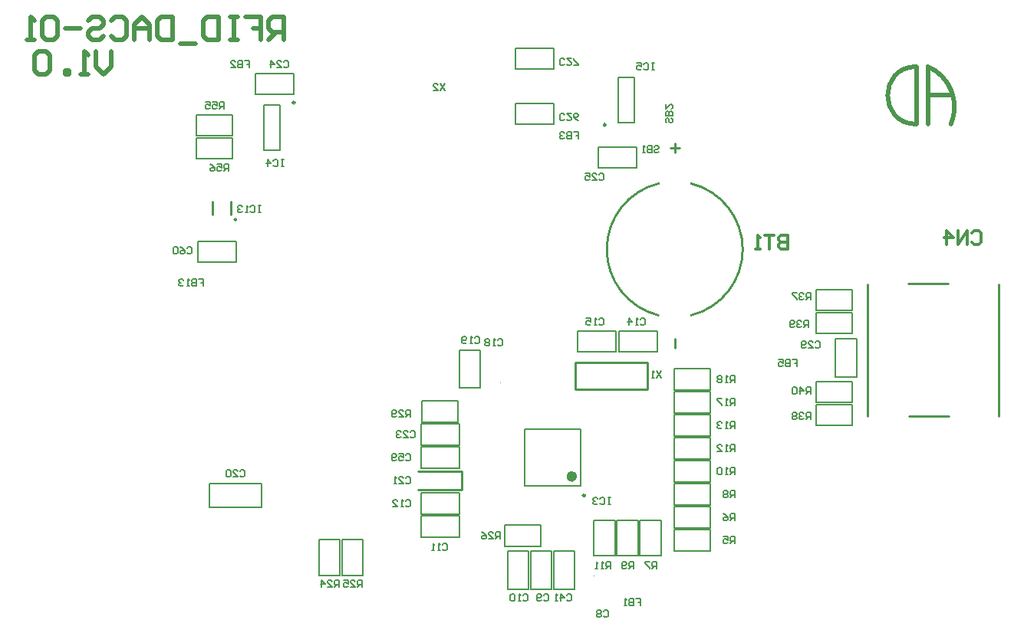
<source format=gbo>
G04 Layer_Color=32896*
%FSLAX25Y25*%
%MOIN*%
G70*
G01*
G75*
%ADD48C,0.01000*%
%ADD49C,0.02000*%
%ADD50C,0.00600*%
%ADD89C,0.00984*%
%ADD91C,0.02362*%
%ADD92C,0.00787*%
%ADD93C,0.00394*%
%ADD94C,0.01200*%
D48*
X283072Y192703D02*
G03*
X282839Y135354I6928J-28703D01*
G01*
X297162Y135354D02*
G03*
X297161Y192646I-7162J28646D01*
G01*
X99394Y177000D02*
G03*
X99394Y177000I-394J0D01*
G01*
X278118Y103094D02*
Y114906D01*
X246622D02*
X278118D01*
X246622Y103094D02*
Y114906D01*
Y103094D02*
X278118D01*
X391675Y91418D02*
X408998D01*
X391575Y149018D02*
X408898D01*
X430741Y91423D02*
Y148903D01*
X373654Y91423D02*
Y148903D01*
X178500Y59500D02*
X197500D01*
Y67500D01*
X178500D02*
X197500D01*
X290000Y206000D02*
Y210000D01*
X288000Y208000D02*
X292000D01*
X290000Y121000D02*
Y125000D01*
X96937Y179244D02*
Y184756D01*
X89063Y179244D02*
Y184756D01*
D49*
X410000Y218500D02*
G03*
X400000Y243500I-17500J7500D01*
G01*
X395000Y243500D02*
G03*
X395000Y218500I0J-12500D01*
G01*
X400000D02*
Y243500D01*
X395000Y218500D02*
Y243500D01*
X400000Y231000D02*
X410500D01*
X120000Y255000D02*
Y264997D01*
X115002D01*
X113336Y263331D01*
Y259998D01*
X115002Y258332D01*
X120000D01*
X116668D02*
X113336Y255000D01*
X103339Y264997D02*
X110003D01*
Y259998D01*
X106671D01*
X110003D01*
Y255000D01*
X100006Y264997D02*
X96674D01*
X98340D01*
Y255000D01*
X100006D01*
X96674D01*
X91676Y264997D02*
Y255000D01*
X86677D01*
X85011Y256666D01*
Y263331D01*
X86677Y264997D01*
X91676D01*
X81679Y253334D02*
X75015D01*
X71682Y264997D02*
Y255000D01*
X66684D01*
X65018Y256666D01*
Y263331D01*
X66684Y264997D01*
X71682D01*
X61686Y255000D02*
Y261665D01*
X58353Y264997D01*
X55021Y261665D01*
Y255000D01*
Y259998D01*
X61686D01*
X45024Y263331D02*
X46690Y264997D01*
X50023D01*
X51689Y263331D01*
Y256666D01*
X50023Y255000D01*
X46690D01*
X45024Y256666D01*
X35028Y263331D02*
X36694Y264997D01*
X40026D01*
X41692Y263331D01*
Y261665D01*
X40026Y259998D01*
X36694D01*
X35028Y258332D01*
Y256666D01*
X36694Y255000D01*
X40026D01*
X41692Y256666D01*
X31695Y259998D02*
X25031D01*
X21698Y263331D02*
X20032Y264997D01*
X16700D01*
X15034Y263331D01*
Y256666D01*
X16700Y255000D01*
X20032D01*
X21698Y256666D01*
Y263331D01*
X11702Y255000D02*
X8369D01*
X10035D01*
Y264997D01*
X11702Y263331D01*
X45000Y249997D02*
Y243332D01*
X41668Y240000D01*
X38335Y243332D01*
Y249997D01*
X35003Y240000D02*
X31671D01*
X33337D01*
Y249997D01*
X35003Y248331D01*
X26673Y240000D02*
Y241666D01*
X25006D01*
Y240000D01*
X26673D01*
X18342Y248331D02*
X16676Y249997D01*
X13344D01*
X11677Y248331D01*
Y241666D01*
X13344Y240000D01*
X16676D01*
X18342Y241666D01*
Y248331D01*
D50*
X97800Y203400D02*
Y212600D01*
X82200Y203400D02*
Y212600D01*
X97800D01*
X82200Y203400D02*
X97800D01*
Y213400D02*
Y222600D01*
X82200Y213400D02*
Y222600D01*
X97800D01*
X82200Y213400D02*
X97800D01*
X351539Y97333D02*
X367139D01*
X351539Y106533D02*
X367139D01*
X351539Y97333D02*
Y106533D01*
X367139Y97333D02*
Y106533D01*
X351539Y127333D02*
X367139D01*
X351539Y136533D02*
X367139D01*
X351539Y127333D02*
Y136533D01*
X367139Y127333D02*
Y136533D01*
X351539Y87333D02*
X367139D01*
X351539Y96533D02*
X367139D01*
X351539Y87333D02*
Y96533D01*
X367139Y87333D02*
Y96533D01*
X351539Y137333D02*
X367139D01*
X351539Y146533D02*
X367139D01*
X351539Y137333D02*
Y146533D01*
X367139Y137333D02*
Y146533D01*
X180200Y98100D02*
X195800D01*
X180200Y88900D02*
X195800D01*
Y98100D01*
X180200Y88900D02*
Y98100D01*
X216200Y44100D02*
X231800D01*
X216200Y34900D02*
X231800D01*
Y44100D01*
X216200Y34900D02*
Y44100D01*
X145400Y22200D02*
Y37800D01*
X154600Y22200D02*
Y37800D01*
X145400D02*
X154600D01*
X145400Y22200D02*
X154600D01*
X135400D02*
Y37800D01*
X144600Y22200D02*
Y37800D01*
X135400D02*
X144600D01*
X135400Y22200D02*
X144600D01*
X289700Y112100D02*
X305300D01*
X289700Y102900D02*
X305300D01*
Y112100D01*
X289700Y102900D02*
Y112100D01*
Y102100D02*
X305300D01*
X289700Y92900D02*
X305300D01*
Y102100D01*
X289700Y92900D02*
Y102100D01*
Y82900D02*
X305300D01*
X289700Y92100D02*
X305300D01*
X289700Y82900D02*
Y92100D01*
X305300Y82900D02*
Y92100D01*
X289700Y72900D02*
X305300D01*
X289700Y82100D02*
X305300D01*
X289700Y72900D02*
Y82100D01*
X305300Y72900D02*
Y82100D01*
X254900Y30700D02*
Y46300D01*
X264100Y30700D02*
Y46300D01*
X254900D02*
X264100D01*
X254900Y30700D02*
X264100D01*
X289700Y62900D02*
X305300D01*
X289700Y72100D02*
X305300D01*
X289700Y62900D02*
Y72100D01*
X305300Y62900D02*
Y72100D01*
X264900Y30700D02*
Y46300D01*
X274100Y30700D02*
Y46300D01*
X264900D02*
X274100D01*
X264900Y30700D02*
X274100D01*
X289700Y52900D02*
X305300D01*
X289700Y62100D02*
X305300D01*
X289700Y52900D02*
Y62100D01*
X305300Y52900D02*
Y62100D01*
X274900Y30700D02*
Y46300D01*
X284100Y30700D02*
Y46300D01*
X274900D02*
X284100D01*
X274900Y30700D02*
X284100D01*
X289700Y42900D02*
X305300D01*
X289700Y52100D02*
X305300D01*
X289700Y42900D02*
Y52100D01*
X305300Y42900D02*
Y52100D01*
X289700Y32900D02*
X305300D01*
X289700Y42100D02*
X305300D01*
X289700Y32900D02*
Y42100D01*
X305300Y32900D02*
Y42100D01*
X179700Y68900D02*
X196300D01*
X179700Y78100D02*
X196300D01*
X179700Y68900D02*
Y78100D01*
X196300Y68900D02*
Y78100D01*
X237400Y32800D02*
X246600D01*
X237400Y16200D02*
X246600D01*
X237400D02*
Y32800D01*
X246600Y16200D02*
Y32800D01*
X359739Y125233D02*
X368939D01*
X359739Y108633D02*
X368939D01*
X359739D02*
Y125233D01*
X368939Y108633D02*
Y125233D01*
X237300Y242400D02*
Y251600D01*
X220700Y242400D02*
Y251600D01*
X237300D01*
X220700Y242400D02*
X237300D01*
Y218400D02*
Y227600D01*
X220700Y218400D02*
Y227600D01*
X237300D01*
X220700Y218400D02*
X237300D01*
X256700Y199400D02*
Y208600D01*
X273300Y199400D02*
Y208600D01*
X256700Y199400D02*
X273300D01*
X256700Y208600D02*
X273300D01*
X107700Y231400D02*
Y240600D01*
X124300Y231400D02*
Y240600D01*
X107700Y231400D02*
X124300D01*
X107700Y240600D02*
X124300D01*
X196300Y78900D02*
Y88100D01*
X179700Y78900D02*
Y88100D01*
X196300D01*
X179700Y78900D02*
X196300D01*
X87700Y51700D02*
Y62300D01*
X110300Y51700D02*
Y62300D01*
X87700Y51700D02*
X110300D01*
X87700Y62300D02*
X110300D01*
X196400Y103700D02*
X205600D01*
X196400Y120300D02*
X205600D01*
Y103700D02*
Y120300D01*
X196400Y103700D02*
Y120300D01*
X247700Y119400D02*
Y128600D01*
X264300Y119400D02*
Y128600D01*
X247700Y119400D02*
X264300D01*
X247700Y128600D02*
X264300D01*
X282300Y119400D02*
Y128600D01*
X265700Y119400D02*
Y128600D01*
X282300D01*
X265700Y119400D02*
X282300D01*
X196300Y48900D02*
Y58100D01*
X179700Y48900D02*
Y58100D01*
X196300D01*
X179700Y48900D02*
X196300D01*
Y38900D02*
Y48100D01*
X179700Y38900D02*
Y48100D01*
X196300D01*
X179700Y38900D02*
X196300D01*
X217400Y32800D02*
X226600D01*
X217400Y16200D02*
X226600D01*
X217400D02*
Y32800D01*
X226600Y16200D02*
Y32800D01*
X227400D02*
X236600D01*
X227400Y16200D02*
X236600D01*
X227400D02*
Y32800D01*
X236600Y16200D02*
Y32800D01*
X82700Y158400D02*
Y167600D01*
X99300Y158400D02*
Y167600D01*
X82700Y158400D02*
X99300D01*
X82700Y167600D02*
X99300D01*
X190000Y235999D02*
X188001Y233000D01*
Y235999D02*
X190000Y233000D01*
X185002D02*
X187001D01*
X185002Y234999D01*
Y235499D01*
X185501Y235999D01*
X186501D01*
X187001Y235499D01*
X284000Y110999D02*
X282001Y108000D01*
Y110999D02*
X284000Y108000D01*
X281001D02*
X280001D01*
X280501D01*
Y110999D01*
X281001Y110499D01*
X288499Y220999D02*
X288999Y220499D01*
Y219500D01*
X288499Y219000D01*
X287999D01*
X287499Y219500D01*
Y220499D01*
X287000Y220999D01*
X286500D01*
X286000Y220499D01*
Y219500D01*
X286500Y219000D01*
X288999Y221999D02*
X286000D01*
Y223499D01*
X286500Y223998D01*
X287000D01*
X287499Y223499D01*
Y221999D01*
Y223499D01*
X287999Y223998D01*
X288499D01*
X288999Y223499D01*
Y221999D01*
X286000Y226997D02*
Y224998D01*
X287999Y226997D01*
X288499D01*
X288999Y226498D01*
Y225498D01*
X288499Y224998D01*
X281001Y208499D02*
X281501Y208999D01*
X282500D01*
X283000Y208499D01*
Y207999D01*
X282500Y207500D01*
X281501D01*
X281001Y207000D01*
Y206500D01*
X281501Y206000D01*
X282500D01*
X283000Y206500D01*
X280001Y208999D02*
Y206000D01*
X278502D01*
X278002Y206500D01*
Y207000D01*
X278502Y207500D01*
X280001D01*
X278502D01*
X278002Y207999D01*
Y208499D01*
X278502Y208999D01*
X280001D01*
X277002Y206000D02*
X276002D01*
X276502D01*
Y208999D01*
X277002Y208499D01*
X96000Y198000D02*
Y200999D01*
X94500D01*
X94001Y200499D01*
Y199499D01*
X94500Y199000D01*
X96000D01*
X95000D02*
X94001Y198000D01*
X91002Y200999D02*
X93001D01*
Y199499D01*
X92001Y199999D01*
X91501D01*
X91002Y199499D01*
Y198500D01*
X91501Y198000D01*
X92501D01*
X93001Y198500D01*
X88003Y200999D02*
X89002Y200499D01*
X90002Y199499D01*
Y198500D01*
X89502Y198000D01*
X88502D01*
X88003Y198500D01*
Y199000D01*
X88502Y199499D01*
X90002D01*
X94000Y225000D02*
Y227999D01*
X92501D01*
X92001Y227499D01*
Y226500D01*
X92501Y226000D01*
X94000D01*
X93000D02*
X92001Y225000D01*
X89002Y227999D02*
X91001D01*
Y226500D01*
X90001Y226999D01*
X89501D01*
X89002Y226500D01*
Y225500D01*
X89501Y225000D01*
X90501D01*
X91001Y225500D01*
X86003Y227999D02*
X88002D01*
Y226500D01*
X87002Y226999D01*
X86502D01*
X86003Y226500D01*
Y225500D01*
X86502Y225000D01*
X87502D01*
X88002Y225500D01*
X349000Y101000D02*
Y103999D01*
X347500D01*
X347001Y103499D01*
Y102499D01*
X347500Y102000D01*
X349000D01*
X348000D02*
X347001Y101000D01*
X344501D02*
Y103999D01*
X346001Y102499D01*
X344002D01*
X343002Y103499D02*
X342502Y103999D01*
X341502D01*
X341003Y103499D01*
Y101500D01*
X341502Y101000D01*
X342502D01*
X343002Y101500D01*
Y103499D01*
X348000Y130000D02*
Y132999D01*
X346500D01*
X346001Y132499D01*
Y131500D01*
X346500Y131000D01*
X348000D01*
X347000D02*
X346001Y130000D01*
X345001Y132499D02*
X344501Y132999D01*
X343501D01*
X343002Y132499D01*
Y131999D01*
X343501Y131500D01*
X344001D01*
X343501D01*
X343002Y131000D01*
Y130500D01*
X343501Y130000D01*
X344501D01*
X345001Y130500D01*
X342002D02*
X341502Y130000D01*
X340502D01*
X340003Y130500D01*
Y132499D01*
X340502Y132999D01*
X341502D01*
X342002Y132499D01*
Y131999D01*
X341502Y131500D01*
X340003D01*
X349000Y90000D02*
Y92999D01*
X347500D01*
X347001Y92499D01*
Y91500D01*
X347500Y91000D01*
X349000D01*
X348000D02*
X347001Y90000D01*
X346001Y92499D02*
X345501Y92999D01*
X344501D01*
X344002Y92499D01*
Y91999D01*
X344501Y91500D01*
X345001D01*
X344501D01*
X344002Y91000D01*
Y90500D01*
X344501Y90000D01*
X345501D01*
X346001Y90500D01*
X343002Y92499D02*
X342502Y92999D01*
X341502D01*
X341003Y92499D01*
Y91999D01*
X341502Y91500D01*
X341003Y91000D01*
Y90500D01*
X341502Y90000D01*
X342502D01*
X343002Y90500D01*
Y91000D01*
X342502Y91500D01*
X343002Y91999D01*
Y92499D01*
X342502Y91500D02*
X341502D01*
X349000Y142000D02*
Y144999D01*
X347500D01*
X347001Y144499D01*
Y143500D01*
X347500Y143000D01*
X349000D01*
X348000D02*
X347001Y142000D01*
X346001Y144499D02*
X345501Y144999D01*
X344501D01*
X344002Y144499D01*
Y143999D01*
X344501Y143500D01*
X345001D01*
X344501D01*
X344002Y143000D01*
Y142500D01*
X344501Y142000D01*
X345501D01*
X346001Y142500D01*
X343002Y144999D02*
X341003D01*
Y144499D01*
X343002Y142500D01*
Y142000D01*
X175000Y91000D02*
Y93999D01*
X173501D01*
X173001Y93499D01*
Y92500D01*
X173501Y92000D01*
X175000D01*
X174000D02*
X173001Y91000D01*
X170002D02*
X172001D01*
X170002Y92999D01*
Y93499D01*
X170501Y93999D01*
X171501D01*
X172001Y93499D01*
X169002Y91500D02*
X168502Y91000D01*
X167502D01*
X167003Y91500D01*
Y93499D01*
X167502Y93999D01*
X168502D01*
X169002Y93499D01*
Y92999D01*
X168502Y92500D01*
X167003D01*
X214000Y38000D02*
Y40999D01*
X212501D01*
X212001Y40499D01*
Y39500D01*
X212501Y39000D01*
X214000D01*
X213000D02*
X212001Y38000D01*
X209002D02*
X211001D01*
X209002Y39999D01*
Y40499D01*
X209502Y40999D01*
X210501D01*
X211001Y40499D01*
X206003Y40999D02*
X207002Y40499D01*
X208002Y39500D01*
Y38500D01*
X207502Y38000D01*
X206502D01*
X206003Y38500D01*
Y39000D01*
X206502Y39500D01*
X208002D01*
X154000Y17000D02*
Y19999D01*
X152500D01*
X152001Y19499D01*
Y18499D01*
X152500Y18000D01*
X154000D01*
X153000D02*
X152001Y17000D01*
X149002D02*
X151001D01*
X149002Y18999D01*
Y19499D01*
X149501Y19999D01*
X150501D01*
X151001Y19499D01*
X146003Y19999D02*
X148002D01*
Y18499D01*
X147002Y18999D01*
X146502D01*
X146003Y18499D01*
Y17500D01*
X146502Y17000D01*
X147502D01*
X148002Y17500D01*
X144000Y17000D02*
Y19999D01*
X142500D01*
X142001Y19499D01*
Y18499D01*
X142500Y18000D01*
X144000D01*
X143000D02*
X142001Y17000D01*
X139002D02*
X141001D01*
X139002Y18999D01*
Y19499D01*
X139501Y19999D01*
X140501D01*
X141001Y19499D01*
X136502Y17000D02*
Y19999D01*
X138002Y18499D01*
X136003D01*
X316000Y106000D02*
Y108999D01*
X314500D01*
X314001Y108499D01*
Y107500D01*
X314500Y107000D01*
X316000D01*
X315000D02*
X314001Y106000D01*
X313001D02*
X312001D01*
X312501D01*
Y108999D01*
X313001Y108499D01*
X310502D02*
X310002Y108999D01*
X309002D01*
X308502Y108499D01*
Y107999D01*
X309002Y107500D01*
X308502Y107000D01*
Y106500D01*
X309002Y106000D01*
X310002D01*
X310502Y106500D01*
Y107000D01*
X310002Y107500D01*
X310502Y107999D01*
Y108499D01*
X310002Y107500D02*
X309002D01*
X316000Y96000D02*
Y98999D01*
X314500D01*
X314001Y98499D01*
Y97500D01*
X314500Y97000D01*
X316000D01*
X315000D02*
X314001Y96000D01*
X313001D02*
X312001D01*
X312501D01*
Y98999D01*
X313001Y98499D01*
X310502Y98999D02*
X308502D01*
Y98499D01*
X310502Y96500D01*
Y96000D01*
X316000Y86000D02*
Y88999D01*
X314500D01*
X314001Y88499D01*
Y87499D01*
X314500Y87000D01*
X316000D01*
X315000D02*
X314001Y86000D01*
X313001D02*
X312001D01*
X312501D01*
Y88999D01*
X313001Y88499D01*
X310502D02*
X310002Y88999D01*
X309002D01*
X308502Y88499D01*
Y87999D01*
X309002Y87499D01*
X309502D01*
X309002D01*
X308502Y87000D01*
Y86500D01*
X309002Y86000D01*
X310002D01*
X310502Y86500D01*
X316000Y76000D02*
Y78999D01*
X314500D01*
X314001Y78499D01*
Y77500D01*
X314500Y77000D01*
X316000D01*
X315000D02*
X314001Y76000D01*
X313001D02*
X312001D01*
X312501D01*
Y78999D01*
X313001Y78499D01*
X308502Y76000D02*
X310502D01*
X308502Y77999D01*
Y78499D01*
X309002Y78999D01*
X310002D01*
X310502Y78499D01*
X262000Y25000D02*
Y27999D01*
X260501D01*
X260001Y27499D01*
Y26500D01*
X260501Y26000D01*
X262000D01*
X261000D02*
X260001Y25000D01*
X259001D02*
X258001D01*
X258501D01*
Y27999D01*
X259001Y27499D01*
X256502Y25000D02*
X255502D01*
X256002D01*
Y27999D01*
X256502Y27499D01*
X316000Y66000D02*
Y68999D01*
X314500D01*
X314001Y68499D01*
Y67500D01*
X314500Y67000D01*
X316000D01*
X315000D02*
X314001Y66000D01*
X313001D02*
X312001D01*
X312501D01*
Y68999D01*
X313001Y68499D01*
X310502D02*
X310002Y68999D01*
X309002D01*
X308502Y68499D01*
Y66500D01*
X309002Y66000D01*
X310002D01*
X310502Y66500D01*
Y68499D01*
X272000Y25000D02*
Y27999D01*
X270500D01*
X270001Y27499D01*
Y26500D01*
X270500Y26000D01*
X272000D01*
X271000D02*
X270001Y25000D01*
X269001Y25500D02*
X268501Y25000D01*
X267501D01*
X267002Y25500D01*
Y27499D01*
X267501Y27999D01*
X268501D01*
X269001Y27499D01*
Y26999D01*
X268501Y26500D01*
X267002D01*
X316000Y56000D02*
Y58999D01*
X314500D01*
X314001Y58499D01*
Y57499D01*
X314500Y57000D01*
X316000D01*
X315000D02*
X314001Y56000D01*
X313001Y58499D02*
X312501Y58999D01*
X311502D01*
X311002Y58499D01*
Y57999D01*
X311502Y57499D01*
X311002Y57000D01*
Y56500D01*
X311502Y56000D01*
X312501D01*
X313001Y56500D01*
Y57000D01*
X312501Y57499D01*
X313001Y57999D01*
Y58499D01*
X312501Y57499D02*
X311502D01*
X282000Y25000D02*
Y27999D01*
X280501D01*
X280001Y27499D01*
Y26500D01*
X280501Y26000D01*
X282000D01*
X281000D02*
X280001Y25000D01*
X279001Y27999D02*
X277002D01*
Y27499D01*
X279001Y25500D01*
Y25000D01*
X316000Y46000D02*
Y48999D01*
X314500D01*
X314001Y48499D01*
Y47499D01*
X314500Y47000D01*
X316000D01*
X315000D02*
X314001Y46000D01*
X311002Y48999D02*
X312001Y48499D01*
X313001Y47499D01*
Y46500D01*
X312501Y46000D01*
X311502D01*
X311002Y46500D01*
Y47000D01*
X311502Y47499D01*
X313001D01*
X316000Y36000D02*
Y38999D01*
X314500D01*
X314001Y38499D01*
Y37499D01*
X314500Y37000D01*
X316000D01*
X315000D02*
X314001Y36000D01*
X311002Y38999D02*
X313001D01*
Y37499D01*
X312001Y37999D01*
X311502D01*
X311002Y37499D01*
Y36500D01*
X311502Y36000D01*
X312501D01*
X313001Y36500D01*
X281000Y244999D02*
X280000D01*
X280500D01*
Y242000D01*
X281000D01*
X280000D01*
X276501Y244499D02*
X277001Y244999D01*
X278001D01*
X278501Y244499D01*
Y242500D01*
X278001Y242000D01*
X277001D01*
X276501Y242500D01*
X273502Y244999D02*
X275502D01*
Y243499D01*
X274502Y243999D01*
X274002D01*
X273502Y243499D01*
Y242500D01*
X274002Y242000D01*
X275002D01*
X275502Y242500D01*
X120000Y202999D02*
X119000D01*
X119500D01*
Y200000D01*
X120000D01*
X119000D01*
X115501Y202499D02*
X116001Y202999D01*
X117001D01*
X117501Y202499D01*
Y200500D01*
X117001Y200000D01*
X116001D01*
X115501Y200500D01*
X113002Y200000D02*
Y202999D01*
X114502Y201500D01*
X112502D01*
X262000Y55999D02*
X261000D01*
X261500D01*
Y53000D01*
X262000D01*
X261000D01*
X257502Y55499D02*
X258001Y55999D01*
X259001D01*
X259501Y55499D01*
Y53500D01*
X259001Y53000D01*
X258001D01*
X257502Y53500D01*
X256502Y55499D02*
X256002Y55999D01*
X255002D01*
X254502Y55499D01*
Y54999D01*
X255002Y54500D01*
X255502D01*
X255002D01*
X254502Y54000D01*
Y53500D01*
X255002Y53000D01*
X256002D01*
X256502Y53500D01*
X341001Y115999D02*
X343000D01*
Y114499D01*
X342000D01*
X343000D01*
Y113000D01*
X340001Y115999D02*
Y113000D01*
X338502D01*
X338002Y113500D01*
Y114000D01*
X338502Y114499D01*
X340001D01*
X338502D01*
X338002Y114999D01*
Y115499D01*
X338502Y115999D01*
X340001D01*
X335003D02*
X337002D01*
Y114499D01*
X336002Y114999D01*
X335502D01*
X335003Y114499D01*
Y113500D01*
X335502Y113000D01*
X336502D01*
X337002Y113500D01*
X246001Y214999D02*
X248000D01*
Y213499D01*
X247000D01*
X248000D01*
Y212000D01*
X245001Y214999D02*
Y212000D01*
X243501D01*
X243002Y212500D01*
Y213000D01*
X243501Y213499D01*
X245001D01*
X243501D01*
X243002Y213999D01*
Y214499D01*
X243501Y214999D01*
X245001D01*
X242002Y214499D02*
X241502Y214999D01*
X240502D01*
X240003Y214499D01*
Y213999D01*
X240502Y213499D01*
X241002D01*
X240502D01*
X240003Y213000D01*
Y212500D01*
X240502Y212000D01*
X241502D01*
X242002Y212500D01*
X103001Y245999D02*
X105000D01*
Y244499D01*
X104000D01*
X105000D01*
Y243000D01*
X102001Y245999D02*
Y243000D01*
X100501D01*
X100002Y243500D01*
Y244000D01*
X100501Y244499D01*
X102001D01*
X100501D01*
X100002Y244999D01*
Y245499D01*
X100501Y245999D01*
X102001D01*
X97003Y243000D02*
X99002D01*
X97003Y244999D01*
Y245499D01*
X97502Y245999D01*
X98502D01*
X99002Y245499D01*
X273001Y11999D02*
X275000D01*
Y10499D01*
X274000D01*
X275000D01*
Y9000D01*
X272001Y11999D02*
Y9000D01*
X270501D01*
X270002Y9500D01*
Y10000D01*
X270501Y10499D01*
X272001D01*
X270501D01*
X270002Y10999D01*
Y11499D01*
X270501Y11999D01*
X272001D01*
X269002Y9000D02*
X268002D01*
X268502D01*
Y11999D01*
X269002Y11499D01*
X173001Y74499D02*
X173501Y74999D01*
X174500D01*
X175000Y74499D01*
Y72500D01*
X174500Y72000D01*
X173501D01*
X173001Y72500D01*
X170002Y74999D02*
X172001D01*
Y73500D01*
X171001Y73999D01*
X170501D01*
X170002Y73500D01*
Y72500D01*
X170501Y72000D01*
X171501D01*
X172001Y72500D01*
X169002D02*
X168502Y72000D01*
X167502D01*
X167003Y72500D01*
Y74499D01*
X167502Y74999D01*
X168502D01*
X169002Y74499D01*
Y73999D01*
X168502Y73500D01*
X167003D01*
X243001Y13499D02*
X243500Y13999D01*
X244500D01*
X245000Y13499D01*
Y11500D01*
X244500Y11000D01*
X243500D01*
X243001Y11500D01*
X240501Y11000D02*
Y13999D01*
X242001Y12500D01*
X240002D01*
X239002Y11000D02*
X238002D01*
X238502D01*
Y13999D01*
X239002Y13499D01*
X351001Y123499D02*
X351501Y123999D01*
X352500D01*
X353000Y123499D01*
Y121500D01*
X352500Y121000D01*
X351501D01*
X351001Y121500D01*
X348002Y121000D02*
X350001D01*
X348002Y122999D01*
Y123499D01*
X348501Y123999D01*
X349501D01*
X350001Y123499D01*
X347002Y121500D02*
X346502Y121000D01*
X345502D01*
X345003Y121500D01*
Y123499D01*
X345502Y123999D01*
X346502D01*
X347002Y123499D01*
Y122999D01*
X346502Y122500D01*
X345003D01*
X241999Y244501D02*
X241499Y244001D01*
X240500D01*
X240000Y244501D01*
Y246500D01*
X240500Y247000D01*
X241499D01*
X241999Y246500D01*
X244998Y247000D02*
X242999D01*
X244998Y245001D01*
Y244501D01*
X244498Y244001D01*
X243499D01*
X242999Y244501D01*
X245998Y244001D02*
X247997D01*
Y244501D01*
X245998Y246500D01*
Y247000D01*
X241999Y220501D02*
X241499Y220001D01*
X240500D01*
X240000Y220501D01*
Y222500D01*
X240500Y223000D01*
X241499D01*
X241999Y222500D01*
X244998Y223000D02*
X242999D01*
X244998Y221001D01*
Y220501D01*
X244498Y220001D01*
X243499D01*
X242999Y220501D01*
X247997Y220001D02*
X246998Y220501D01*
X245998Y221500D01*
Y222500D01*
X246498Y223000D01*
X247498D01*
X247997Y222500D01*
Y222000D01*
X247498Y221500D01*
X245998D01*
X257001Y196499D02*
X257501Y196999D01*
X258500D01*
X259000Y196499D01*
Y194500D01*
X258500Y194000D01*
X257501D01*
X257001Y194500D01*
X254002Y194000D02*
X256001D01*
X254002Y195999D01*
Y196499D01*
X254502Y196999D01*
X255501D01*
X256001Y196499D01*
X251003Y196999D02*
X253002D01*
Y195500D01*
X252002Y195999D01*
X251502D01*
X251003Y195500D01*
Y194500D01*
X251502Y194000D01*
X252502D01*
X253002Y194500D01*
X120001Y245499D02*
X120501Y245999D01*
X121500D01*
X122000Y245499D01*
Y243500D01*
X121500Y243000D01*
X120501D01*
X120001Y243500D01*
X117002Y243000D02*
X119001D01*
X117002Y244999D01*
Y245499D01*
X117501Y245999D01*
X118501D01*
X119001Y245499D01*
X114502Y243000D02*
Y245999D01*
X116002Y244499D01*
X114003D01*
X175001Y84499D02*
X175501Y84999D01*
X176500D01*
X177000Y84499D01*
Y82500D01*
X176500Y82000D01*
X175501D01*
X175001Y82500D01*
X172002Y82000D02*
X174001D01*
X172002Y83999D01*
Y84499D01*
X172501Y84999D01*
X173501D01*
X174001Y84499D01*
X171002D02*
X170502Y84999D01*
X169502D01*
X169003Y84499D01*
Y83999D01*
X169502Y83499D01*
X170002D01*
X169502D01*
X169003Y83000D01*
Y82500D01*
X169502Y82000D01*
X170502D01*
X171002Y82500D01*
X173001Y64499D02*
X173501Y64999D01*
X174500D01*
X175000Y64499D01*
Y62500D01*
X174500Y62000D01*
X173501D01*
X173001Y62500D01*
X170002Y62000D02*
X172001D01*
X170002Y63999D01*
Y64499D01*
X170501Y64999D01*
X171501D01*
X172001Y64499D01*
X169002Y62000D02*
X168002D01*
X168502D01*
Y64999D01*
X169002Y64499D01*
X101001Y67499D02*
X101500Y67999D01*
X102500D01*
X103000Y67499D01*
Y65500D01*
X102500Y65000D01*
X101500D01*
X101001Y65500D01*
X98002Y65000D02*
X100001D01*
X98002Y66999D01*
Y67499D01*
X98501Y67999D01*
X99501D01*
X100001Y67499D01*
X97002D02*
X96502Y67999D01*
X95502D01*
X95003Y67499D01*
Y65500D01*
X95502Y65000D01*
X96502D01*
X97002Y65500D01*
Y67499D01*
X203001Y125499D02*
X203501Y125999D01*
X204500D01*
X205000Y125499D01*
Y123500D01*
X204500Y123000D01*
X203501D01*
X203001Y123500D01*
X202001Y123000D02*
X201001D01*
X201501D01*
Y125999D01*
X202001Y125499D01*
X199502Y123500D02*
X199002Y123000D01*
X198002D01*
X197502Y123500D01*
Y125499D01*
X198002Y125999D01*
X199002D01*
X199502Y125499D01*
Y124999D01*
X199002Y124499D01*
X197502D01*
X213001Y124499D02*
X213500Y124999D01*
X214500D01*
X215000Y124499D01*
Y122500D01*
X214500Y122000D01*
X213500D01*
X213001Y122500D01*
X212001Y122000D02*
X211001D01*
X211501D01*
Y124999D01*
X212001Y124499D01*
X209502D02*
X209002Y124999D01*
X208002D01*
X207502Y124499D01*
Y123999D01*
X208002Y123500D01*
X207502Y123000D01*
Y122500D01*
X208002Y122000D01*
X209002D01*
X209502Y122500D01*
Y123000D01*
X209002Y123500D01*
X209502Y123999D01*
Y124499D01*
X209002Y123500D02*
X208002D01*
X257001Y133499D02*
X257501Y133999D01*
X258500D01*
X259000Y133499D01*
Y131500D01*
X258500Y131000D01*
X257501D01*
X257001Y131500D01*
X256001Y131000D02*
X255001D01*
X255501D01*
Y133999D01*
X256001Y133499D01*
X251502Y133999D02*
X253502D01*
Y132500D01*
X252502Y132999D01*
X252002D01*
X251502Y132500D01*
Y131500D01*
X252002Y131000D01*
X253002D01*
X253502Y131500D01*
X275001Y133499D02*
X275500Y133999D01*
X276500D01*
X277000Y133499D01*
Y131500D01*
X276500Y131000D01*
X275500D01*
X275001Y131500D01*
X274001Y131000D02*
X273001D01*
X273501D01*
Y133999D01*
X274001Y133499D01*
X270002Y131000D02*
Y133999D01*
X271502Y132500D01*
X269502D01*
X173001Y54499D02*
X173501Y54999D01*
X174500D01*
X175000Y54499D01*
Y52500D01*
X174500Y52000D01*
X173501D01*
X173001Y52500D01*
X172001Y52000D02*
X171001D01*
X171501D01*
Y54999D01*
X172001Y54499D01*
X167502Y52000D02*
X169502D01*
X167502Y53999D01*
Y54499D01*
X168002Y54999D01*
X169002D01*
X169502Y54499D01*
X189001Y35499D02*
X189500Y35999D01*
X190500D01*
X191000Y35499D01*
Y33500D01*
X190500Y33000D01*
X189500D01*
X189001Y33500D01*
X188001Y33000D02*
X187001D01*
X187501D01*
Y35999D01*
X188001Y35499D01*
X185502Y33000D02*
X184502D01*
X185002D01*
Y35999D01*
X185502Y35499D01*
X224001Y13499D02*
X224500Y13999D01*
X225500D01*
X226000Y13499D01*
Y11500D01*
X225500Y11000D01*
X224500D01*
X224001Y11500D01*
X223001Y11000D02*
X222001D01*
X222501D01*
Y13999D01*
X223001Y13499D01*
X220502D02*
X220002Y13999D01*
X219002D01*
X218502Y13499D01*
Y11500D01*
X219002Y11000D01*
X220002D01*
X220502Y11500D01*
Y13499D01*
X233001D02*
X233501Y13999D01*
X234500D01*
X235000Y13499D01*
Y11500D01*
X234500Y11000D01*
X233501D01*
X233001Y11500D01*
X232001D02*
X231501Y11000D01*
X230502D01*
X230002Y11500D01*
Y13499D01*
X230502Y13999D01*
X231501D01*
X232001Y13499D01*
Y12999D01*
X231501Y12500D01*
X230002D01*
X259001Y6499D02*
X259501Y6999D01*
X260500D01*
X261000Y6499D01*
Y4500D01*
X260500Y4000D01*
X259501D01*
X259001Y4500D01*
X258001Y6499D02*
X257501Y6999D01*
X256502D01*
X256002Y6499D01*
Y5999D01*
X256502Y5500D01*
X256002Y5000D01*
Y4500D01*
X256502Y4000D01*
X257501D01*
X258001Y4500D01*
Y5000D01*
X257501Y5500D01*
X258001Y5999D01*
Y6499D01*
X257501Y5500D02*
X256502D01*
X78001Y164499D02*
X78500Y164999D01*
X79500D01*
X80000Y164499D01*
Y162500D01*
X79500Y162000D01*
X78500D01*
X78001Y162500D01*
X75002Y164999D02*
X76001Y164499D01*
X77001Y163499D01*
Y162500D01*
X76501Y162000D01*
X75501D01*
X75002Y162500D01*
Y163000D01*
X75501Y163499D01*
X77001D01*
X74002Y164499D02*
X73502Y164999D01*
X72502D01*
X72003Y164499D01*
Y162500D01*
X72502Y162000D01*
X73502D01*
X74002Y162500D01*
Y164499D01*
X83001Y150999D02*
X85000D01*
Y149499D01*
X84000D01*
X85000D01*
Y148000D01*
X82001Y150999D02*
Y148000D01*
X80501D01*
X80002Y148500D01*
Y149000D01*
X80501Y149499D01*
X82001D01*
X80501D01*
X80002Y149999D01*
Y150499D01*
X80501Y150999D01*
X82001D01*
X79002Y148000D02*
X78002D01*
X78502D01*
Y150999D01*
X79002Y150499D01*
X76503D02*
X76003Y150999D01*
X75003D01*
X74503Y150499D01*
Y149999D01*
X75003Y149499D01*
X75503D01*
X75003D01*
X74503Y149000D01*
Y148500D01*
X75003Y148000D01*
X76003D01*
X76503Y148500D01*
X110000Y182999D02*
X109000D01*
X109500D01*
Y180000D01*
X110000D01*
X109000D01*
X105501Y182499D02*
X106001Y182999D01*
X107001D01*
X107501Y182499D01*
Y180500D01*
X107001Y180000D01*
X106001D01*
X105501Y180500D01*
X104502Y180000D02*
X103502D01*
X104002D01*
Y182999D01*
X104502Y182499D01*
X102003D02*
X101503Y182999D01*
X100503D01*
X100003Y182499D01*
Y181999D01*
X100503Y181500D01*
X101003D01*
X100503D01*
X100003Y181000D01*
Y180500D01*
X100503Y180000D01*
X101503D01*
X102003Y180500D01*
D89*
X260043Y218154D02*
G03*
X260043Y218154I-492J0D01*
G01*
X124941Y227847D02*
G03*
X124941Y227847I-492J0D01*
G01*
X251075Y56965D02*
G03*
X251075Y56965I-492J0D01*
G01*
D91*
X246449Y65232D02*
G03*
X246449Y65232I-1181J0D01*
G01*
D92*
X265457Y219158D02*
Y238843D01*
X272543Y219158D02*
Y238843D01*
X265457Y219158D02*
X272543D01*
X265457Y238843D02*
X272543D01*
X111457Y207157D02*
X118543D01*
X111457Y226842D02*
X118543D01*
X111457Y207157D02*
Y226842D01*
X118543Y207157D02*
Y226842D01*
X224795Y61295D02*
Y85705D01*
X249205Y61295D02*
Y85705D01*
X224795D02*
X249205D01*
X224795Y61295D02*
X249205D01*
D93*
X214445Y106095D02*
G03*
X214445Y106095I-197J0D01*
G01*
X254949Y21905D02*
G03*
X254949Y21905I-197J0D01*
G01*
D94*
X419001Y170998D02*
X420001Y171998D01*
X422000D01*
X423000Y170998D01*
Y167000D01*
X422000Y166000D01*
X420001D01*
X419001Y167000D01*
X417002Y166000D02*
Y171998D01*
X413003Y166000D01*
Y171998D01*
X408005Y166000D02*
Y171998D01*
X411004Y168999D01*
X407005D01*
X339000Y169998D02*
Y164000D01*
X336001D01*
X335001Y165000D01*
Y165999D01*
X336001Y166999D01*
X339000D01*
X336001D01*
X335001Y167999D01*
Y168998D01*
X336001Y169998D01*
X339000D01*
X333002D02*
X329003D01*
X331003D01*
Y164000D01*
X327004D02*
X325005D01*
X326004D01*
Y169998D01*
X327004Y168998D01*
M02*

</source>
